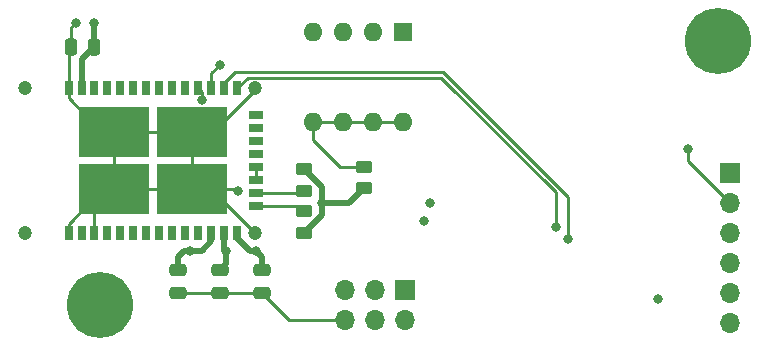
<source format=gbr>
%TF.GenerationSoftware,KiCad,Pcbnew,(6.0.1)*%
%TF.CreationDate,2022-03-15T19:28:32-04:00*%
%TF.ProjectId,WiFi-Board,57694669-2d42-46f6-9172-642e6b696361,rev?*%
%TF.SameCoordinates,Original*%
%TF.FileFunction,Copper,L1,Top*%
%TF.FilePolarity,Positive*%
%FSLAX46Y46*%
G04 Gerber Fmt 4.6, Leading zero omitted, Abs format (unit mm)*
G04 Created by KiCad (PCBNEW (6.0.1)) date 2022-03-15 19:28:32*
%MOMM*%
%LPD*%
G01*
G04 APERTURE LIST*
G04 Aperture macros list*
%AMRoundRect*
0 Rectangle with rounded corners*
0 $1 Rounding radius*
0 $2 $3 $4 $5 $6 $7 $8 $9 X,Y pos of 4 corners*
0 Add a 4 corners polygon primitive as box body*
4,1,4,$2,$3,$4,$5,$6,$7,$8,$9,$2,$3,0*
0 Add four circle primitives for the rounded corners*
1,1,$1+$1,$2,$3*
1,1,$1+$1,$4,$5*
1,1,$1+$1,$6,$7*
1,1,$1+$1,$8,$9*
0 Add four rect primitives between the rounded corners*
20,1,$1+$1,$2,$3,$4,$5,0*
20,1,$1+$1,$4,$5,$6,$7,0*
20,1,$1+$1,$6,$7,$8,$9,0*
20,1,$1+$1,$8,$9,$2,$3,0*%
G04 Aperture macros list end*
%TA.AperFunction,ComponentPad*%
%ADD10R,1.700000X1.700000*%
%TD*%
%TA.AperFunction,ComponentPad*%
%ADD11O,1.700000X1.700000*%
%TD*%
%TA.AperFunction,SMDPad,CuDef*%
%ADD12RoundRect,0.250000X0.450000X-0.262500X0.450000X0.262500X-0.450000X0.262500X-0.450000X-0.262500X0*%
%TD*%
%TA.AperFunction,ComponentPad*%
%ADD13C,5.600000*%
%TD*%
%TA.AperFunction,SMDPad,CuDef*%
%ADD14RoundRect,0.250000X-0.475000X0.250000X-0.475000X-0.250000X0.475000X-0.250000X0.475000X0.250000X0*%
%TD*%
%TA.AperFunction,SMDPad,CuDef*%
%ADD15C,1.200000*%
%TD*%
%TA.AperFunction,SMDPad,CuDef*%
%ADD16R,0.700000X1.200000*%
%TD*%
%TA.AperFunction,SMDPad,CuDef*%
%ADD17R,1.200000X0.700000*%
%TD*%
%TA.AperFunction,SMDPad,CuDef*%
%ADD18R,6.000000X4.200000*%
%TD*%
%TA.AperFunction,SMDPad,CuDef*%
%ADD19RoundRect,0.250000X-0.450000X0.262500X-0.450000X-0.262500X0.450000X-0.262500X0.450000X0.262500X0*%
%TD*%
%TA.AperFunction,ComponentPad*%
%ADD20R,1.600000X1.600000*%
%TD*%
%TA.AperFunction,ComponentPad*%
%ADD21O,1.600000X1.600000*%
%TD*%
%TA.AperFunction,SMDPad,CuDef*%
%ADD22RoundRect,0.250000X0.250000X0.475000X-0.250000X0.475000X-0.250000X-0.475000X0.250000X-0.475000X0*%
%TD*%
%TA.AperFunction,ViaPad*%
%ADD23C,0.800000*%
%TD*%
%TA.AperFunction,Conductor*%
%ADD24C,0.500000*%
%TD*%
%TA.AperFunction,Conductor*%
%ADD25C,0.250000*%
%TD*%
G04 APERTURE END LIST*
D10*
%TO.P,J1,1,DATA*%
%TO.N,Net-(J1-Pad1)*%
X130033000Y-124709000D03*
D11*
%TO.P,J1,2,VCC*%
%TO.N,+3V3*%
X130033000Y-127249000D03*
%TO.P,J1,3,NC*%
%TO.N,unconnected-(J1-Pad3)*%
X127493000Y-124709000D03*
%TO.P,J1,4,NC*%
%TO.N,unconnected-(J1-Pad4)*%
X127493000Y-127249000D03*
%TO.P,J1,5,NC*%
%TO.N,unconnected-(J1-Pad5)*%
X124953000Y-124709000D03*
%TO.P,J1,6,GND*%
%TO.N,GND*%
X124953000Y-127249000D03*
%TD*%
D12*
%TO.P,R1,1*%
%TO.N,+3V3*%
X121412000Y-119888000D03*
%TO.P,R1,2*%
%TO.N,Net-(R1-Pad2)*%
X121412000Y-118063000D03*
%TD*%
D13*
%TO.P,REF\u002A\u002A,1*%
%TO.N,GND*%
X104140000Y-125984000D03*
%TD*%
D14*
%TO.P,C3,1*%
%TO.N,+3V3*%
X110744000Y-123068000D03*
%TO.P,C3,2*%
%TO.N,GND*%
X110744000Y-124968000D03*
%TD*%
%TO.P,C1,1*%
%TO.N,+3V3*%
X117856000Y-123068000D03*
%TO.P,C1,2*%
%TO.N,GND*%
X117856000Y-124968000D03*
%TD*%
D15*
%TO.P,U1,1,GND*%
%TO.N,GND*%
X117253682Y-107676815D03*
D16*
%TO.P,U1,2,UART1_CTSn*%
%TO.N,/CTS*%
X115803682Y-107676815D03*
%TO.P,U1,3,UART1_RTSn*%
%TO.N,/RTS*%
X114703682Y-107676815D03*
%TO.P,U1,4,UART1_TXD*%
%TO.N,/UART2*%
X113603682Y-107676815D03*
%TO.P,U1,5,UART1_RXD*%
%TO.N,/UART1*%
X112503682Y-107676815D03*
%TO.P,U1,6,RSVD*%
%TO.N,unconnected-(U1-Pad6)*%
X111403682Y-107676815D03*
%TO.P,U1,7,RSVD*%
%TO.N,unconnected-(U1-Pad7)*%
X110303682Y-107676815D03*
%TO.P,U1,8,RSVD*%
%TO.N,unconnected-(U1-Pad8)*%
X109203682Y-107676815D03*
%TO.P,U1,9,RSVD*%
%TO.N,unconnected-(U1-Pad9)*%
X108103682Y-107676815D03*
%TO.P,U1,10,GPIO5*%
%TO.N,unconnected-(U1-Pad10)*%
X107003682Y-107676815D03*
%TO.P,U1,11,GPIO4*%
%TO.N,unconnected-(U1-Pad11)*%
X105903682Y-107676815D03*
%TO.P,U1,12,RSVD*%
%TO.N,unconnected-(U1-Pad12)*%
X104803682Y-107676815D03*
%TO.P,U1,13,RSVD*%
%TO.N,unconnected-(U1-Pad13)*%
X103703682Y-107676815D03*
%TO.P,U1,14,VIOH*%
%TO.N,+3V3*%
X102603682Y-107676815D03*
%TO.P,U1,15,GND*%
%TO.N,GND*%
X101503682Y-107676815D03*
D15*
%TO.P,U1,16,NC*%
%TO.N,unconnected-(U1-Pad16)*%
X97853682Y-107676815D03*
%TO.P,U1,17,NC*%
%TO.N,unconnected-(U1-Pad17)*%
X97853682Y-119876815D03*
D16*
%TO.P,U1,18,GND*%
%TO.N,GND*%
X101503682Y-119876815D03*
%TO.P,U1,19,RF*%
%TO.N,unconnected-(U1-Pad19)*%
X102603682Y-119876815D03*
%TO.P,U1,20,GND*%
%TO.N,GND*%
X103703682Y-119876815D03*
%TO.P,U1,21,TRSTn*%
%TO.N,unconnected-(U1-Pad21)*%
X104803682Y-119876815D03*
%TO.P,U1,22,TDI*%
%TO.N,unconnected-(U1-Pad22)*%
X105903682Y-119876815D03*
%TO.P,U1,23,TMS*%
%TO.N,unconnected-(U1-Pad23)*%
X107003682Y-119876815D03*
%TO.P,U1,24,TCK*%
%TO.N,unconnected-(U1-Pad24)*%
X108103682Y-119876815D03*
%TO.P,U1,25,TDO*%
%TO.N,unconnected-(U1-Pad25)*%
X109203682Y-119876815D03*
%TO.P,U1,26,RSVD*%
%TO.N,unconnected-(U1-Pad26)*%
X110303682Y-119876815D03*
%TO.P,U1,27,RESETn*%
%TO.N,unconnected-(U1-Pad27)*%
X111403682Y-119876815D03*
%TO.P,U1,28,RSVD*%
%TO.N,unconnected-(U1-Pad28)*%
X112503682Y-119876815D03*
%TO.P,U1,29,VIO*%
%TO.N,+3V3*%
X113603682Y-119876815D03*
%TO.P,U1,30,V33*%
X114703682Y-119876815D03*
%TO.P,U1,31,VIOF*%
X115803682Y-119876815D03*
D15*
%TO.P,U1,32,GND*%
%TO.N,GND*%
X117253682Y-119876815D03*
D17*
%TO.P,U1,33,WAKE_UP0*%
%TO.N,Net-(R1-Pad2)*%
X117353682Y-117626815D03*
%TO.P,U1,34,WAKE_UP1*%
%TO.N,Net-(R2-Pad2)*%
X117353682Y-116526815D03*
%TO.P,U1,35,GPIO24*%
%TO.N,Net-(U1-Pad35)*%
X117353682Y-115426815D03*
%TO.P,U1,36,GPIO25*%
X117353682Y-114326815D03*
%TO.P,U1,37,RSVD*%
%TO.N,unconnected-(U1-Pad37)*%
X117353682Y-113226815D03*
%TO.P,U1,38,RSVD*%
%TO.N,unconnected-(U1-Pad38)*%
X117353682Y-112126815D03*
%TO.P,U1,39,RSVD*%
%TO.N,unconnected-(U1-Pad39)*%
X117353682Y-111026815D03*
%TO.P,U1,40,RSVD*%
%TO.N,unconnected-(U1-Pad40)*%
X117353682Y-109926815D03*
D18*
%TO.P,U1,41,GND*%
%TO.N,GND*%
X111953682Y-111376815D03*
%TO.P,U1,42,GND*%
X105353682Y-111376815D03*
%TO.P,U1,43,GND*%
X105353682Y-116176815D03*
%TO.P,U1,44,GND*%
X111953682Y-116176815D03*
%TD*%
D19*
%TO.P,R2,1*%
%TO.N,+3V3*%
X121412000Y-114507000D03*
%TO.P,R2,2*%
%TO.N,Net-(R2-Pad2)*%
X121412000Y-116332000D03*
%TD*%
D12*
%TO.P,R4,1*%
%TO.N,+3V3*%
X126492000Y-116125000D03*
%TO.P,R4,2*%
%TO.N,Net-(R4-Pad2)*%
X126492000Y-114300000D03*
%TD*%
D13*
%TO.P,REF\u002A\u002A,1*%
%TO.N,GND*%
X156464000Y-103632000D03*
%TD*%
D20*
%TO.P,SW1,1*%
%TO.N,/SW1*%
X129784000Y-102880000D03*
D21*
%TO.P,SW1,2*%
%TO.N,/SW2*%
X127244000Y-102880000D03*
%TO.P,SW1,3*%
%TO.N,/SW3*%
X124704000Y-102880000D03*
%TO.P,SW1,4*%
%TO.N,/SW4*%
X122164000Y-102880000D03*
%TO.P,SW1,5*%
%TO.N,Net-(R4-Pad2)*%
X122164000Y-110500000D03*
%TO.P,SW1,6*%
X124704000Y-110500000D03*
%TO.P,SW1,7*%
X127244000Y-110500000D03*
%TO.P,SW1,8*%
X129784000Y-110500000D03*
%TD*%
D22*
%TO.P,C4,1*%
%TO.N,+3V3*%
X103632000Y-104140000D03*
%TO.P,C4,2*%
%TO.N,GND*%
X101732000Y-104140000D03*
%TD*%
D14*
%TO.P,C2,1*%
%TO.N,+3V3*%
X114300000Y-123068000D03*
%TO.P,C2,2*%
%TO.N,GND*%
X114300000Y-124968000D03*
%TD*%
D10*
%TO.P,J2,1,Pin_1*%
%TO.N,+3V3*%
X157480000Y-114808000D03*
D11*
%TO.P,J2,2,Pin_2*%
%TO.N,/MISO*%
X157480000Y-117348000D03*
%TO.P,J2,3,Pin_3*%
%TO.N,/MOSI*%
X157480000Y-119888000D03*
%TO.P,J2,4,Pin_4*%
%TO.N,/SCK*%
X157480000Y-122428000D03*
%TO.P,J2,5,Pin_5*%
%TO.N,/~{SS}*%
X157480000Y-124968000D03*
%TO.P,J2,6,Pin_6*%
%TO.N,GND*%
X157480000Y-127508000D03*
%TD*%
D23*
%TO.N,+3V3*%
X151384000Y-125476000D03*
X111760000Y-121412000D03*
X122936000Y-117348000D03*
X131572000Y-118872000D03*
X117348000Y-121412000D03*
X103632000Y-102108000D03*
X114808000Y-121412000D03*
%TO.N,GND*%
X115824000Y-116332000D03*
X102108000Y-102108000D03*
X132080000Y-117348000D03*
%TO.N,/MISO*%
X153924000Y-112776000D03*
%TO.N,/CTS*%
X142748000Y-119380000D03*
%TO.N,/RTS*%
X143764000Y-120396000D03*
%TO.N,/UART2*%
X114300000Y-105664000D03*
%TO.N,/UART1*%
X112776000Y-108677313D03*
%TD*%
D24*
%TO.N,+3V3*%
X103632000Y-104140000D02*
X102603682Y-105168318D01*
X114808000Y-121412000D02*
X114808000Y-122560000D01*
X115803682Y-120375682D02*
X116840000Y-121412000D01*
X116840000Y-121412000D02*
X117348000Y-121412000D01*
X112776000Y-121412000D02*
X111760000Y-121412000D01*
X114703682Y-121307682D02*
X114808000Y-121412000D01*
X125269000Y-117348000D02*
X126492000Y-116125000D01*
X122936000Y-117348000D02*
X125269000Y-117348000D01*
X117856000Y-121920000D02*
X117856000Y-123068000D01*
X102603682Y-105168318D02*
X102603682Y-107676815D01*
X114703682Y-119876815D02*
X114703682Y-121307682D01*
X114808000Y-122560000D02*
X114300000Y-123068000D01*
X122936000Y-116031000D02*
X121412000Y-114507000D01*
X113603682Y-119876815D02*
X113603682Y-120584318D01*
X110744000Y-121920000D02*
X110744000Y-123068000D01*
X113603682Y-120584318D02*
X112776000Y-121412000D01*
X122936000Y-117348000D02*
X122936000Y-116031000D01*
X117348000Y-121412000D02*
X117856000Y-121920000D01*
X103632000Y-102108000D02*
X103632000Y-104140000D01*
X111760000Y-121412000D02*
X111252000Y-121412000D01*
X115803682Y-119876815D02*
X115803682Y-120375682D01*
X111252000Y-121412000D02*
X110744000Y-121920000D01*
X121412000Y-119888000D02*
X122936000Y-118364000D01*
X122936000Y-118364000D02*
X122936000Y-117348000D01*
D25*
%TO.N,GND*%
X102108000Y-102108000D02*
X101732000Y-102484000D01*
X101503682Y-107676815D02*
X101503682Y-108526815D01*
X104453682Y-116176815D02*
X101503682Y-119126815D01*
X117856000Y-124968000D02*
X120137000Y-127249000D01*
X101503682Y-107676815D02*
X101503682Y-104368318D01*
X113553682Y-116176815D02*
X117253682Y-119876815D01*
X101732000Y-102484000D02*
X101732000Y-104140000D01*
X120137000Y-127249000D02*
X124953000Y-127249000D01*
X104353682Y-111376815D02*
X105353682Y-111376815D01*
X111953682Y-111376815D02*
X113699489Y-111376815D01*
X105353682Y-116176815D02*
X104453682Y-116176815D01*
X117856000Y-124968000D02*
X114300000Y-124968000D01*
X113699489Y-111376815D02*
X117253682Y-107822622D01*
X111953682Y-116176815D02*
X111953682Y-111376815D01*
X105353682Y-116176815D02*
X103703682Y-117826815D01*
X101503682Y-119126815D02*
X101503682Y-119876815D01*
X105353682Y-116176815D02*
X111953682Y-116176815D01*
X111953682Y-111376815D02*
X105353682Y-111376815D01*
X101503682Y-104368318D02*
X101732000Y-104140000D01*
X115668815Y-116176815D02*
X115824000Y-116332000D01*
X103703682Y-117826815D02*
X103703682Y-119876815D01*
X117253682Y-107822622D02*
X117253682Y-107676815D01*
X111953682Y-116176815D02*
X115668815Y-116176815D01*
X114300000Y-124968000D02*
X110744000Y-124968000D01*
X105353682Y-111376815D02*
X105353682Y-116176815D01*
X111953682Y-116176815D02*
X113553682Y-116176815D01*
X101503682Y-108526815D02*
X104353682Y-111376815D01*
%TO.N,Net-(R1-Pad2)*%
X120975815Y-117626815D02*
X121412000Y-118063000D01*
X117353682Y-117626815D02*
X120975815Y-117626815D01*
%TO.N,Net-(R2-Pad2)*%
X121217185Y-116526815D02*
X121412000Y-116332000D01*
X117353682Y-116526815D02*
X121217185Y-116526815D01*
%TO.N,Net-(R4-Pad2)*%
X122164000Y-110500000D02*
X129784000Y-110500000D01*
X126492000Y-114300000D02*
X124460000Y-114300000D01*
X122164000Y-112004000D02*
X122164000Y-110500000D01*
X124460000Y-114300000D02*
X122164000Y-112004000D01*
%TO.N,Net-(U1-Pad35)*%
X117353682Y-115426815D02*
X117353682Y-114326815D01*
%TO.N,/MISO*%
X153924000Y-113792000D02*
X157480000Y-117348000D01*
X153924000Y-112776000D02*
X153924000Y-113792000D01*
%TO.N,/CTS*%
X133040585Y-106752304D02*
X116728193Y-106752304D01*
X116728193Y-106752304D02*
X115803682Y-107676815D01*
X142748000Y-119380000D02*
X142748000Y-116459719D01*
X142748000Y-116459719D02*
X133040585Y-106752304D01*
%TO.N,/RTS*%
X114703682Y-107177793D02*
X114703682Y-107676815D01*
X133226783Y-106302784D02*
X115578691Y-106302784D01*
X143764000Y-120396000D02*
X143764000Y-116840001D01*
X115578691Y-106302784D02*
X114703682Y-107177793D01*
X143764000Y-116840001D02*
X133226783Y-106302784D01*
%TO.N,/UART2*%
X113603682Y-107676815D02*
X113603682Y-106360318D01*
X113603682Y-106360318D02*
X114300000Y-105664000D01*
%TO.N,/UART1*%
X112776000Y-107949133D02*
X112503682Y-107676815D01*
X112776000Y-108677313D02*
X112776000Y-107949133D01*
%TD*%
M02*

</source>
